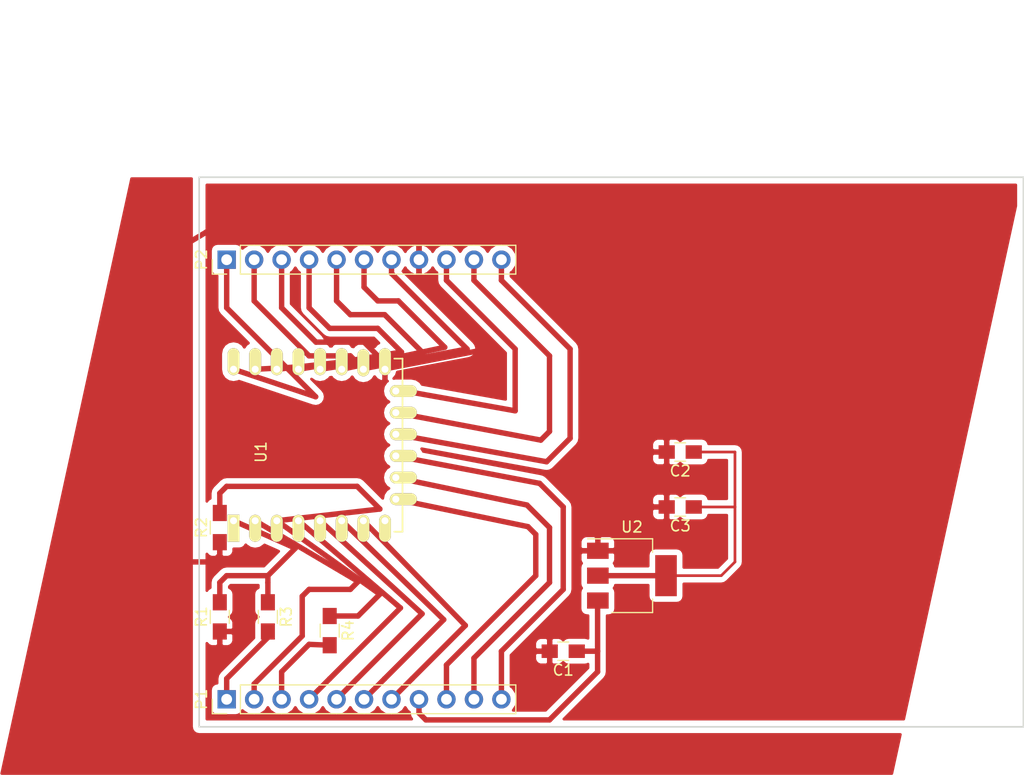
<source format=kicad_pcb>
(kicad_pcb (version 4) (host pcbnew 4.0.4-stable)

  (general
    (links 37)
    (no_connects 4)
    (area 50.724999 25.324999 127.075001 76.275001)
    (thickness 1.6)
    (drawings 4)
    (tracks 129)
    (zones 0)
    (modules 11)
    (nets 26)
  )

  (page A4)
  (layers
    (0 F.Cu signal)
    (31 B.Cu signal)
    (32 B.Adhes user)
    (33 F.Adhes user)
    (34 B.Paste user)
    (35 F.Paste user)
    (36 B.SilkS user)
    (37 F.SilkS user)
    (38 B.Mask user)
    (39 F.Mask user)
    (40 Dwgs.User user)
    (41 Cmts.User user)
    (42 Eco1.User user)
    (43 Eco2.User user)
    (44 Edge.Cuts user)
    (45 Margin user)
    (46 B.CrtYd user)
    (47 F.CrtYd user)
    (48 B.Fab user)
    (49 F.Fab user)
  )

  (setup
    (last_trace_width 0.5)
    (trace_clearance 0.5)
    (zone_clearance 0.508)
    (zone_45_only yes)
    (trace_min 0.2)
    (segment_width 0.2)
    (edge_width 0.15)
    (via_size 0.6)
    (via_drill 0.4)
    (via_min_size 0.4)
    (via_min_drill 0.3)
    (uvia_size 0.3)
    (uvia_drill 0.1)
    (uvias_allowed no)
    (uvia_min_size 0.2)
    (uvia_min_drill 0.1)
    (pcb_text_width 0.3)
    (pcb_text_size 1.5 1.5)
    (mod_edge_width 0.15)
    (mod_text_size 1 1)
    (mod_text_width 0.15)
    (pad_size 1.524 1.524)
    (pad_drill 0.762)
    (pad_to_mask_clearance 0.2)
    (aux_axis_origin 0 0)
    (visible_elements FFFFFF7F)
    (pcbplotparams
      (layerselection 0x00030_80000001)
      (usegerberextensions false)
      (excludeedgelayer true)
      (linewidth 0.100000)
      (plotframeref false)
      (viasonmask false)
      (mode 1)
      (useauxorigin false)
      (hpglpennumber 1)
      (hpglpenspeed 20)
      (hpglpendiameter 15)
      (hpglpenoverlay 2)
      (psnegative false)
      (psa4output false)
      (plotreference true)
      (plotvalue true)
      (plotinvisibletext false)
      (padsonsilk false)
      (subtractmaskfromsilk false)
      (outputformat 1)
      (mirror false)
      (drillshape 1)
      (scaleselection 1)
      (outputdirectory ""))
  )

  (net 0 "")
  (net 1 +5V)
  (net 2 GND)
  (net 3 "Net-(C2-Pad1)")
  (net 4 "Net-(P1-Pad1)")
  (net 5 "Net-(P1-Pad2)")
  (net 6 "Net-(P1-Pad3)")
  (net 7 "Net-(P1-Pad4)")
  (net 8 "Net-(P1-Pad5)")
  (net 9 "Net-(P1-Pad6)")
  (net 10 "Net-(P1-Pad7)")
  (net 11 "Net-(P1-Pad9)")
  (net 12 "Net-(P1-Pad10)")
  (net 13 "Net-(P1-Pad11)")
  (net 14 "Net-(P2-Pad1)")
  (net 15 "Net-(P2-Pad2)")
  (net 16 "Net-(P2-Pad3)")
  (net 17 "Net-(P2-Pad4)")
  (net 18 "Net-(P2-Pad5)")
  (net 19 "Net-(P2-Pad6)")
  (net 20 "Net-(P2-Pad7)")
  (net 21 "Net-(P2-Pad9)")
  (net 22 "Net-(P2-Pad10)")
  (net 23 "Net-(P2-Pad11)")
  (net 24 "Net-(R1-Pad2)")
  (net 25 "Net-(R2-Pad2)")

  (net_class Default "This is the default net class."
    (clearance 0.5)
    (trace_width 0.5)
    (via_dia 0.6)
    (via_drill 0.4)
    (uvia_dia 0.3)
    (uvia_drill 0.1)
    (add_net +5V)
    (add_net GND)
    (add_net "Net-(C2-Pad1)")
    (add_net "Net-(P1-Pad1)")
    (add_net "Net-(P1-Pad10)")
    (add_net "Net-(P1-Pad11)")
    (add_net "Net-(P1-Pad2)")
    (add_net "Net-(P1-Pad3)")
    (add_net "Net-(P1-Pad4)")
    (add_net "Net-(P1-Pad5)")
    (add_net "Net-(P1-Pad6)")
    (add_net "Net-(P1-Pad7)")
    (add_net "Net-(P1-Pad9)")
    (add_net "Net-(P2-Pad1)")
    (add_net "Net-(P2-Pad10)")
    (add_net "Net-(P2-Pad11)")
    (add_net "Net-(P2-Pad2)")
    (add_net "Net-(P2-Pad3)")
    (add_net "Net-(P2-Pad4)")
    (add_net "Net-(P2-Pad5)")
    (add_net "Net-(P2-Pad6)")
    (add_net "Net-(P2-Pad7)")
    (add_net "Net-(P2-Pad9)")
    (add_net "Net-(R1-Pad2)")
    (add_net "Net-(R2-Pad2)")
  )

  (module Capacitors_SMD:C_0805_HandSoldering (layer F.Cu) (tedit 58AA84A8) (tstamp 5AB7F381)
    (at 84.455 69.215 180)
    (descr "Capacitor SMD 0805, hand soldering")
    (tags "capacitor 0805")
    (path /5AB7E986)
    (attr smd)
    (fp_text reference C1 (at 0 -1.75 180) (layer F.SilkS)
      (effects (font (size 1 1) (thickness 0.15)))
    )
    (fp_text value 1uF (at 0 1.75 180) (layer F.Fab)
      (effects (font (size 1 1) (thickness 0.15)))
    )
    (fp_text user %R (at 0 -1.75 180) (layer F.Fab)
      (effects (font (size 1 1) (thickness 0.15)))
    )
    (fp_line (start -1 0.62) (end -1 -0.62) (layer F.Fab) (width 0.1))
    (fp_line (start 1 0.62) (end -1 0.62) (layer F.Fab) (width 0.1))
    (fp_line (start 1 -0.62) (end 1 0.62) (layer F.Fab) (width 0.1))
    (fp_line (start -1 -0.62) (end 1 -0.62) (layer F.Fab) (width 0.1))
    (fp_line (start 0.5 -0.85) (end -0.5 -0.85) (layer F.SilkS) (width 0.12))
    (fp_line (start -0.5 0.85) (end 0.5 0.85) (layer F.SilkS) (width 0.12))
    (fp_line (start -2.25 -0.88) (end 2.25 -0.88) (layer F.CrtYd) (width 0.05))
    (fp_line (start -2.25 -0.88) (end -2.25 0.87) (layer F.CrtYd) (width 0.05))
    (fp_line (start 2.25 0.87) (end 2.25 -0.88) (layer F.CrtYd) (width 0.05))
    (fp_line (start 2.25 0.87) (end -2.25 0.87) (layer F.CrtYd) (width 0.05))
    (pad 1 smd rect (at -1.25 0 180) (size 1.5 1.25) (layers F.Cu F.Paste F.Mask)
      (net 1 +5V))
    (pad 2 smd rect (at 1.25 0 180) (size 1.5 1.25) (layers F.Cu F.Paste F.Mask)
      (net 2 GND))
    (model Capacitors_SMD.3dshapes/C_0805.wrl
      (at (xyz 0 0 0))
      (scale (xyz 1 1 1))
      (rotate (xyz 0 0 0))
    )
  )

  (module Capacitors_SMD:C_0805_HandSoldering (layer F.Cu) (tedit 58AA84A8) (tstamp 5AB7F387)
    (at 95.27 50.8 180)
    (descr "Capacitor SMD 0805, hand soldering")
    (tags "capacitor 0805")
    (path /5AB7F396)
    (attr smd)
    (fp_text reference C2 (at 0 -1.75 180) (layer F.SilkS)
      (effects (font (size 1 1) (thickness 0.15)))
    )
    (fp_text value 1uF (at 0 1.75 270) (layer F.Fab)
      (effects (font (size 1 1) (thickness 0.15)))
    )
    (fp_text user %R (at 0 -1.75 180) (layer F.Fab)
      (effects (font (size 1 1) (thickness 0.15)))
    )
    (fp_line (start -1 0.62) (end -1 -0.62) (layer F.Fab) (width 0.1))
    (fp_line (start 1 0.62) (end -1 0.62) (layer F.Fab) (width 0.1))
    (fp_line (start 1 -0.62) (end 1 0.62) (layer F.Fab) (width 0.1))
    (fp_line (start -1 -0.62) (end 1 -0.62) (layer F.Fab) (width 0.1))
    (fp_line (start 0.5 -0.85) (end -0.5 -0.85) (layer F.SilkS) (width 0.12))
    (fp_line (start -0.5 0.85) (end 0.5 0.85) (layer F.SilkS) (width 0.12))
    (fp_line (start -2.25 -0.88) (end 2.25 -0.88) (layer F.CrtYd) (width 0.05))
    (fp_line (start -2.25 -0.88) (end -2.25 0.87) (layer F.CrtYd) (width 0.05))
    (fp_line (start 2.25 0.87) (end 2.25 -0.88) (layer F.CrtYd) (width 0.05))
    (fp_line (start 2.25 0.87) (end -2.25 0.87) (layer F.CrtYd) (width 0.05))
    (pad 1 smd rect (at -1.25 0 180) (size 1.5 1.25) (layers F.Cu F.Paste F.Mask)
      (net 3 "Net-(C2-Pad1)"))
    (pad 2 smd rect (at 1.25 0 180) (size 1.5 1.25) (layers F.Cu F.Paste F.Mask)
      (net 2 GND))
    (model Capacitors_SMD.3dshapes/C_0805.wrl
      (at (xyz 0 0 0))
      (scale (xyz 1 1 1))
      (rotate (xyz 0 0 0))
    )
  )

  (module Capacitors_SMD:C_0805_HandSoldering (layer F.Cu) (tedit 58AA84A8) (tstamp 5AB7F38D)
    (at 95.27 55.88 180)
    (descr "Capacitor SMD 0805, hand soldering")
    (tags "capacitor 0805")
    (path /5AB7EB21)
    (attr smd)
    (fp_text reference C3 (at 0 -1.75 180) (layer F.SilkS)
      (effects (font (size 1 1) (thickness 0.15)))
    )
    (fp_text value 100nF (at 0 1.75 180) (layer F.Fab)
      (effects (font (size 1 1) (thickness 0.15)))
    )
    (fp_text user %R (at 0 -1.75 180) (layer F.Fab)
      (effects (font (size 1 1) (thickness 0.15)))
    )
    (fp_line (start -1 0.62) (end -1 -0.62) (layer F.Fab) (width 0.1))
    (fp_line (start 1 0.62) (end -1 0.62) (layer F.Fab) (width 0.1))
    (fp_line (start 1 -0.62) (end 1 0.62) (layer F.Fab) (width 0.1))
    (fp_line (start -1 -0.62) (end 1 -0.62) (layer F.Fab) (width 0.1))
    (fp_line (start 0.5 -0.85) (end -0.5 -0.85) (layer F.SilkS) (width 0.12))
    (fp_line (start -0.5 0.85) (end 0.5 0.85) (layer F.SilkS) (width 0.12))
    (fp_line (start -2.25 -0.88) (end 2.25 -0.88) (layer F.CrtYd) (width 0.05))
    (fp_line (start -2.25 -0.88) (end -2.25 0.87) (layer F.CrtYd) (width 0.05))
    (fp_line (start 2.25 0.87) (end 2.25 -0.88) (layer F.CrtYd) (width 0.05))
    (fp_line (start 2.25 0.87) (end -2.25 0.87) (layer F.CrtYd) (width 0.05))
    (pad 1 smd rect (at -1.25 0 180) (size 1.5 1.25) (layers F.Cu F.Paste F.Mask)
      (net 3 "Net-(C2-Pad1)"))
    (pad 2 smd rect (at 1.25 0 180) (size 1.5 1.25) (layers F.Cu F.Paste F.Mask)
      (net 2 GND))
    (model Capacitors_SMD.3dshapes/C_0805.wrl
      (at (xyz 0 0 0))
      (scale (xyz 1 1 1))
      (rotate (xyz 0 0 0))
    )
  )

  (module Pin_Headers:Pin_Header_Straight_1x11_Pitch2.54mm (layer F.Cu) (tedit 59650532) (tstamp 5AB7F39C)
    (at 53.34 73.66 90)
    (descr "Through hole straight pin header, 1x11, 2.54mm pitch, single row")
    (tags "Through hole pin header THT 1x11 2.54mm single row")
    (path /5AB7C6D1)
    (fp_text reference P1 (at 0 -2.33 90) (layer F.SilkS)
      (effects (font (size 1 1) (thickness 0.15)))
    )
    (fp_text value CONN_01X11 (at 0 27.73 90) (layer F.Fab)
      (effects (font (size 1 1) (thickness 0.15)))
    )
    (fp_line (start -0.635 -1.27) (end 1.27 -1.27) (layer F.Fab) (width 0.1))
    (fp_line (start 1.27 -1.27) (end 1.27 26.67) (layer F.Fab) (width 0.1))
    (fp_line (start 1.27 26.67) (end -1.27 26.67) (layer F.Fab) (width 0.1))
    (fp_line (start -1.27 26.67) (end -1.27 -0.635) (layer F.Fab) (width 0.1))
    (fp_line (start -1.27 -0.635) (end -0.635 -1.27) (layer F.Fab) (width 0.1))
    (fp_line (start -1.33 26.73) (end 1.33 26.73) (layer F.SilkS) (width 0.12))
    (fp_line (start -1.33 1.27) (end -1.33 26.73) (layer F.SilkS) (width 0.12))
    (fp_line (start 1.33 1.27) (end 1.33 26.73) (layer F.SilkS) (width 0.12))
    (fp_line (start -1.33 1.27) (end 1.33 1.27) (layer F.SilkS) (width 0.12))
    (fp_line (start -1.33 0) (end -1.33 -1.33) (layer F.SilkS) (width 0.12))
    (fp_line (start -1.33 -1.33) (end 0 -1.33) (layer F.SilkS) (width 0.12))
    (fp_line (start -1.8 -1.8) (end -1.8 27.2) (layer F.CrtYd) (width 0.05))
    (fp_line (start -1.8 27.2) (end 1.8 27.2) (layer F.CrtYd) (width 0.05))
    (fp_line (start 1.8 27.2) (end 1.8 -1.8) (layer F.CrtYd) (width 0.05))
    (fp_line (start 1.8 -1.8) (end -1.8 -1.8) (layer F.CrtYd) (width 0.05))
    (fp_text user %R (at 0 12.7 180) (layer F.Fab)
      (effects (font (size 1 1) (thickness 0.15)))
    )
    (pad 1 thru_hole rect (at 0 0 90) (size 1.7 1.7) (drill 1) (layers *.Cu *.Mask)
      (net 4 "Net-(P1-Pad1)"))
    (pad 2 thru_hole oval (at 0 2.54 90) (size 1.7 1.7) (drill 1) (layers *.Cu *.Mask)
      (net 5 "Net-(P1-Pad2)"))
    (pad 3 thru_hole oval (at 0 5.08 90) (size 1.7 1.7) (drill 1) (layers *.Cu *.Mask)
      (net 6 "Net-(P1-Pad3)"))
    (pad 4 thru_hole oval (at 0 7.62 90) (size 1.7 1.7) (drill 1) (layers *.Cu *.Mask)
      (net 7 "Net-(P1-Pad4)"))
    (pad 5 thru_hole oval (at 0 10.16 90) (size 1.7 1.7) (drill 1) (layers *.Cu *.Mask)
      (net 8 "Net-(P1-Pad5)"))
    (pad 6 thru_hole oval (at 0 12.7 90) (size 1.7 1.7) (drill 1) (layers *.Cu *.Mask)
      (net 9 "Net-(P1-Pad6)"))
    (pad 7 thru_hole oval (at 0 15.24 90) (size 1.7 1.7) (drill 1) (layers *.Cu *.Mask)
      (net 10 "Net-(P1-Pad7)"))
    (pad 8 thru_hole oval (at 0 17.78 90) (size 1.7 1.7) (drill 1) (layers *.Cu *.Mask)
      (net 1 +5V))
    (pad 9 thru_hole oval (at 0 20.32 90) (size 1.7 1.7) (drill 1) (layers *.Cu *.Mask)
      (net 11 "Net-(P1-Pad9)"))
    (pad 10 thru_hole oval (at 0 22.86 90) (size 1.7 1.7) (drill 1) (layers *.Cu *.Mask)
      (net 12 "Net-(P1-Pad10)"))
    (pad 11 thru_hole oval (at 0 25.4 90) (size 1.7 1.7) (drill 1) (layers *.Cu *.Mask)
      (net 13 "Net-(P1-Pad11)"))
    (model ${KISYS3DMOD}/Pin_Headers.3dshapes/Pin_Header_Straight_1x11_Pitch2.54mm.wrl
      (at (xyz 0 0 0))
      (scale (xyz 1 1 1))
      (rotate (xyz 0 0 0))
    )
  )

  (module Pin_Headers:Pin_Header_Straight_1x11_Pitch2.54mm (layer F.Cu) (tedit 59650532) (tstamp 5AB7F3AB)
    (at 53.34 33.02 90)
    (descr "Through hole straight pin header, 1x11, 2.54mm pitch, single row")
    (tags "Through hole pin header THT 1x11 2.54mm single row")
    (path /5AB7C69C)
    (fp_text reference P2 (at 0 -2.33 90) (layer F.SilkS)
      (effects (font (size 1 1) (thickness 0.15)))
    )
    (fp_text value CONN_01X11 (at 19.05 36.914999 90) (layer F.Fab)
      (effects (font (size 1 1) (thickness 0.15)))
    )
    (fp_line (start -0.635 -1.27) (end 1.27 -1.27) (layer F.Fab) (width 0.1))
    (fp_line (start 1.27 -1.27) (end 1.27 26.67) (layer F.Fab) (width 0.1))
    (fp_line (start 1.27 26.67) (end -1.27 26.67) (layer F.Fab) (width 0.1))
    (fp_line (start -1.27 26.67) (end -1.27 -0.635) (layer F.Fab) (width 0.1))
    (fp_line (start -1.27 -0.635) (end -0.635 -1.27) (layer F.Fab) (width 0.1))
    (fp_line (start -1.33 26.73) (end 1.33 26.73) (layer F.SilkS) (width 0.12))
    (fp_line (start -1.33 1.27) (end -1.33 26.73) (layer F.SilkS) (width 0.12))
    (fp_line (start 1.33 1.27) (end 1.33 26.73) (layer F.SilkS) (width 0.12))
    (fp_line (start -1.33 1.27) (end 1.33 1.27) (layer F.SilkS) (width 0.12))
    (fp_line (start -1.33 0) (end -1.33 -1.33) (layer F.SilkS) (width 0.12))
    (fp_line (start -1.33 -1.33) (end 0 -1.33) (layer F.SilkS) (width 0.12))
    (fp_line (start -1.8 -1.8) (end -1.8 27.2) (layer F.CrtYd) (width 0.05))
    (fp_line (start -1.8 27.2) (end 1.8 27.2) (layer F.CrtYd) (width 0.05))
    (fp_line (start 1.8 27.2) (end 1.8 -1.8) (layer F.CrtYd) (width 0.05))
    (fp_line (start 1.8 -1.8) (end -1.8 -1.8) (layer F.CrtYd) (width 0.05))
    (fp_text user %R (at 0 12.7 180) (layer F.Fab)
      (effects (font (size 1 1) (thickness 0.15)))
    )
    (pad 1 thru_hole rect (at 0 0 90) (size 1.7 1.7) (drill 1) (layers *.Cu *.Mask)
      (net 14 "Net-(P2-Pad1)"))
    (pad 2 thru_hole oval (at 0 2.54 90) (size 1.7 1.7) (drill 1) (layers *.Cu *.Mask)
      (net 15 "Net-(P2-Pad2)"))
    (pad 3 thru_hole oval (at 0 5.08 90) (size 1.7 1.7) (drill 1) (layers *.Cu *.Mask)
      (net 16 "Net-(P2-Pad3)"))
    (pad 4 thru_hole oval (at 0 7.62 90) (size 1.7 1.7) (drill 1) (layers *.Cu *.Mask)
      (net 17 "Net-(P2-Pad4)"))
    (pad 5 thru_hole oval (at 0 10.16 90) (size 1.7 1.7) (drill 1) (layers *.Cu *.Mask)
      (net 18 "Net-(P2-Pad5)"))
    (pad 6 thru_hole oval (at 0 12.7 90) (size 1.7 1.7) (drill 1) (layers *.Cu *.Mask)
      (net 19 "Net-(P2-Pad6)"))
    (pad 7 thru_hole oval (at 0 15.24 90) (size 1.7 1.7) (drill 1) (layers *.Cu *.Mask)
      (net 20 "Net-(P2-Pad7)"))
    (pad 8 thru_hole oval (at 0 17.78 90) (size 1.7 1.7) (drill 1) (layers *.Cu *.Mask)
      (net 2 GND))
    (pad 9 thru_hole oval (at 0 20.32 90) (size 1.7 1.7) (drill 1) (layers *.Cu *.Mask)
      (net 21 "Net-(P2-Pad9)"))
    (pad 10 thru_hole oval (at 0 22.86 90) (size 1.7 1.7) (drill 1) (layers *.Cu *.Mask)
      (net 22 "Net-(P2-Pad10)"))
    (pad 11 thru_hole oval (at 0 25.4 90) (size 1.7 1.7) (drill 1) (layers *.Cu *.Mask)
      (net 23 "Net-(P2-Pad11)"))
    (model ${KISYS3DMOD}/Pin_Headers.3dshapes/Pin_Header_Straight_1x11_Pitch2.54mm.wrl
      (at (xyz 0 0 0))
      (scale (xyz 1 1 1))
      (rotate (xyz 0 0 0))
    )
  )

  (module Resistors_SMD:R_0805_HandSoldering (layer F.Cu) (tedit 58E0A804) (tstamp 5AB7F3B1)
    (at 52.705 66.04 90)
    (descr "Resistor SMD 0805, hand soldering")
    (tags "resistor 0805")
    (path /5AB7E67E)
    (attr smd)
    (fp_text reference R1 (at 0 -1.7 90) (layer F.SilkS)
      (effects (font (size 1 1) (thickness 0.15)))
    )
    (fp_text value 2k (at 0 1.75 90) (layer F.Fab)
      (effects (font (size 1 1) (thickness 0.15)))
    )
    (fp_text user %R (at 0 0 90) (layer F.Fab)
      (effects (font (size 0.5 0.5) (thickness 0.075)))
    )
    (fp_line (start -1 0.62) (end -1 -0.62) (layer F.Fab) (width 0.1))
    (fp_line (start 1 0.62) (end -1 0.62) (layer F.Fab) (width 0.1))
    (fp_line (start 1 -0.62) (end 1 0.62) (layer F.Fab) (width 0.1))
    (fp_line (start -1 -0.62) (end 1 -0.62) (layer F.Fab) (width 0.1))
    (fp_line (start 0.6 0.88) (end -0.6 0.88) (layer F.SilkS) (width 0.12))
    (fp_line (start -0.6 -0.88) (end 0.6 -0.88) (layer F.SilkS) (width 0.12))
    (fp_line (start -2.35 -0.9) (end 2.35 -0.9) (layer F.CrtYd) (width 0.05))
    (fp_line (start -2.35 -0.9) (end -2.35 0.9) (layer F.CrtYd) (width 0.05))
    (fp_line (start 2.35 0.9) (end 2.35 -0.9) (layer F.CrtYd) (width 0.05))
    (fp_line (start 2.35 0.9) (end -2.35 0.9) (layer F.CrtYd) (width 0.05))
    (pad 1 smd rect (at -1.35 0 90) (size 1.5 1.3) (layers F.Cu F.Paste F.Mask)
      (net 2 GND))
    (pad 2 smd rect (at 1.35 0 90) (size 1.5 1.3) (layers F.Cu F.Paste F.Mask)
      (net 24 "Net-(R1-Pad2)"))
    (model ${KISYS3DMOD}/Resistors_SMD.3dshapes/R_0805.wrl
      (at (xyz 0 0 0))
      (scale (xyz 1 1 1))
      (rotate (xyz 0 0 0))
    )
  )

  (module Resistors_SMD:R_0805_HandSoldering (layer F.Cu) (tedit 58E0A804) (tstamp 5AB7F3B7)
    (at 52.705 57.785 90)
    (descr "Resistor SMD 0805, hand soldering")
    (tags "resistor 0805")
    (path /5AB7E020)
    (attr smd)
    (fp_text reference R2 (at 0 -1.7 90) (layer F.SilkS)
      (effects (font (size 1 1) (thickness 0.15)))
    )
    (fp_text value 2k (at 0 1.75 90) (layer F.Fab)
      (effects (font (size 1 1) (thickness 0.15)))
    )
    (fp_text user %R (at 0 0 90) (layer F.Fab)
      (effects (font (size 0.5 0.5) (thickness 0.075)))
    )
    (fp_line (start -1 0.62) (end -1 -0.62) (layer F.Fab) (width 0.1))
    (fp_line (start 1 0.62) (end -1 0.62) (layer F.Fab) (width 0.1))
    (fp_line (start 1 -0.62) (end 1 0.62) (layer F.Fab) (width 0.1))
    (fp_line (start -1 -0.62) (end 1 -0.62) (layer F.Fab) (width 0.1))
    (fp_line (start 0.6 0.88) (end -0.6 0.88) (layer F.SilkS) (width 0.12))
    (fp_line (start -0.6 -0.88) (end 0.6 -0.88) (layer F.SilkS) (width 0.12))
    (fp_line (start -2.35 -0.9) (end 2.35 -0.9) (layer F.CrtYd) (width 0.05))
    (fp_line (start -2.35 -0.9) (end -2.35 0.9) (layer F.CrtYd) (width 0.05))
    (fp_line (start 2.35 0.9) (end 2.35 -0.9) (layer F.CrtYd) (width 0.05))
    (fp_line (start 2.35 0.9) (end -2.35 0.9) (layer F.CrtYd) (width 0.05))
    (pad 1 smd rect (at -1.35 0 90) (size 1.5 1.3) (layers F.Cu F.Paste F.Mask)
      (net 2 GND))
    (pad 2 smd rect (at 1.35 0 90) (size 1.5 1.3) (layers F.Cu F.Paste F.Mask)
      (net 25 "Net-(R2-Pad2)"))
    (model ${KISYS3DMOD}/Resistors_SMD.3dshapes/R_0805.wrl
      (at (xyz 0 0 0))
      (scale (xyz 1 1 1))
      (rotate (xyz 0 0 0))
    )
  )

  (module Resistors_SMD:R_0805_HandSoldering (layer F.Cu) (tedit 58E0A804) (tstamp 5AB7F3BD)
    (at 57.15 66.04 270)
    (descr "Resistor SMD 0805, hand soldering")
    (tags "resistor 0805")
    (path /5AB7E0E5)
    (attr smd)
    (fp_text reference R3 (at 0 -1.7 270) (layer F.SilkS)
      (effects (font (size 1 1) (thickness 0.15)))
    )
    (fp_text value 1k (at 0 1.75 270) (layer F.Fab)
      (effects (font (size 1 1) (thickness 0.15)))
    )
    (fp_text user %R (at 0 0 270) (layer F.Fab)
      (effects (font (size 0.5 0.5) (thickness 0.075)))
    )
    (fp_line (start -1 0.62) (end -1 -0.62) (layer F.Fab) (width 0.1))
    (fp_line (start 1 0.62) (end -1 0.62) (layer F.Fab) (width 0.1))
    (fp_line (start 1 -0.62) (end 1 0.62) (layer F.Fab) (width 0.1))
    (fp_line (start -1 -0.62) (end 1 -0.62) (layer F.Fab) (width 0.1))
    (fp_line (start 0.6 0.88) (end -0.6 0.88) (layer F.SilkS) (width 0.12))
    (fp_line (start -0.6 -0.88) (end 0.6 -0.88) (layer F.SilkS) (width 0.12))
    (fp_line (start -2.35 -0.9) (end 2.35 -0.9) (layer F.CrtYd) (width 0.05))
    (fp_line (start -2.35 -0.9) (end -2.35 0.9) (layer F.CrtYd) (width 0.05))
    (fp_line (start 2.35 0.9) (end 2.35 -0.9) (layer F.CrtYd) (width 0.05))
    (fp_line (start 2.35 0.9) (end -2.35 0.9) (layer F.CrtYd) (width 0.05))
    (pad 1 smd rect (at -1.35 0 270) (size 1.5 1.3) (layers F.Cu F.Paste F.Mask)
      (net 24 "Net-(R1-Pad2)"))
    (pad 2 smd rect (at 1.35 0 270) (size 1.5 1.3) (layers F.Cu F.Paste F.Mask)
      (net 4 "Net-(P1-Pad1)"))
    (model ${KISYS3DMOD}/Resistors_SMD.3dshapes/R_0805.wrl
      (at (xyz 0 0 0))
      (scale (xyz 1 1 1))
      (rotate (xyz 0 0 0))
    )
  )

  (module Resistors_SMD:R_0805_HandSoldering (layer F.Cu) (tedit 58E0A804) (tstamp 5AB7F3C3)
    (at 62.865 67.31 270)
    (descr "Resistor SMD 0805, hand soldering")
    (tags "resistor 0805")
    (path /5AB7E644)
    (attr smd)
    (fp_text reference R4 (at 0 -1.7 270) (layer F.SilkS)
      (effects (font (size 1 1) (thickness 0.15)))
    )
    (fp_text value 1k (at 0 1.75 270) (layer F.Fab)
      (effects (font (size 1 1) (thickness 0.15)))
    )
    (fp_text user %R (at 0 0 270) (layer F.Fab)
      (effects (font (size 0.5 0.5) (thickness 0.075)))
    )
    (fp_line (start -1 0.62) (end -1 -0.62) (layer F.Fab) (width 0.1))
    (fp_line (start 1 0.62) (end -1 0.62) (layer F.Fab) (width 0.1))
    (fp_line (start 1 -0.62) (end 1 0.62) (layer F.Fab) (width 0.1))
    (fp_line (start -1 -0.62) (end 1 -0.62) (layer F.Fab) (width 0.1))
    (fp_line (start 0.6 0.88) (end -0.6 0.88) (layer F.SilkS) (width 0.12))
    (fp_line (start -0.6 -0.88) (end 0.6 -0.88) (layer F.SilkS) (width 0.12))
    (fp_line (start -2.35 -0.9) (end 2.35 -0.9) (layer F.CrtYd) (width 0.05))
    (fp_line (start -2.35 -0.9) (end -2.35 0.9) (layer F.CrtYd) (width 0.05))
    (fp_line (start 2.35 0.9) (end 2.35 -0.9) (layer F.CrtYd) (width 0.05))
    (fp_line (start 2.35 0.9) (end -2.35 0.9) (layer F.CrtYd) (width 0.05))
    (pad 1 smd rect (at -1.35 0 270) (size 1.5 1.3) (layers F.Cu F.Paste F.Mask)
      (net 25 "Net-(R2-Pad2)"))
    (pad 2 smd rect (at 1.35 0 270) (size 1.5 1.3) (layers F.Cu F.Paste F.Mask)
      (net 6 "Net-(P1-Pad3)"))
    (model ${KISYS3DMOD}/Resistors_SMD.3dshapes/R_0805.wrl
      (at (xyz 0 0 0))
      (scale (xyz 1 1 1))
      (rotate (xyz 0 0 0))
    )
  )

  (module ESP8266:ESP-12E (layer F.Cu) (tedit 58B47889) (tstamp 5AB7F3DD)
    (at 53.975 57.15 90)
    (descr "Module, ESP-8266, ESP-12, 16 pad, SMD")
    (tags "Module ESP-8266 ESP8266")
    (path /5AB7C2DE)
    (fp_text reference U1 (at 6.35 2.54 90) (layer F.SilkS)
      (effects (font (size 1 1) (thickness 0.15)))
    )
    (fp_text value ESP-12F (at 6.35 6.35 90) (layer F.Fab) hide
      (effects (font (size 1 1) (thickness 0.15)))
    )
    (fp_line (start -2.25 -0.5) (end -2.25 -8.75) (layer F.CrtYd) (width 0.05))
    (fp_line (start -2.25 -8.75) (end 15.25 -8.75) (layer F.CrtYd) (width 0.05))
    (fp_line (start 15.25 -8.75) (end 16.25 -8.75) (layer F.CrtYd) (width 0.05))
    (fp_line (start 16.25 -8.75) (end 16.25 16) (layer F.CrtYd) (width 0.05))
    (fp_line (start 16.25 16) (end -2.25 16) (layer F.CrtYd) (width 0.05))
    (fp_line (start -2.25 16) (end -2.25 -0.5) (layer F.CrtYd) (width 0.05))
    (fp_line (start -1.016 -8.382) (end 14.986 -8.382) (layer F.CrtYd) (width 0.1524))
    (fp_line (start 14.986 -8.382) (end 14.986 -0.889) (layer F.CrtYd) (width 0.1524))
    (fp_line (start -1.016 -8.382) (end -1.016 -1.016) (layer F.CrtYd) (width 0.1524))
    (fp_line (start -1.016 14.859) (end -1.016 15.621) (layer F.SilkS) (width 0.1524))
    (fp_line (start -1.016 15.621) (end 14.986 15.621) (layer F.SilkS) (width 0.1524))
    (fp_line (start 14.986 15.621) (end 14.986 14.859) (layer F.SilkS) (width 0.1524))
    (fp_line (start 14.992 -8.4) (end -1.008 -2.6) (layer F.CrtYd) (width 0.1524))
    (fp_line (start -1.008 -8.4) (end 14.992 -2.6) (layer F.CrtYd) (width 0.1524))
    (fp_text user "No Copper" (at 6.892 -5.4 90) (layer F.CrtYd)
      (effects (font (size 1 1) (thickness 0.15)))
    )
    (fp_line (start -1.008 -2.6) (end 14.992 -2.6) (layer F.CrtYd) (width 0.1524))
    (fp_line (start 15 -8.4) (end 15 15.6) (layer F.Fab) (width 0.05))
    (fp_line (start 14.992 15.6) (end -1.008 15.6) (layer F.Fab) (width 0.05))
    (fp_line (start -1.008 15.6) (end -1.008 -8.4) (layer F.Fab) (width 0.05))
    (fp_line (start -1.008 -8.4) (end 14.992 -8.4) (layer F.Fab) (width 0.05))
    (pad 1 thru_hole rect (at 0 0 90) (size 2.5 1.1) (drill 0.65 (offset -0.7 0)) (layers *.Cu *.Mask F.SilkS)
      (net 24 "Net-(R1-Pad2)"))
    (pad 2 thru_hole oval (at 0 2 90) (size 2.5 1.1) (drill 0.65 (offset -0.7 0)) (layers *.Cu *.Mask F.SilkS)
      (net 5 "Net-(P1-Pad2)"))
    (pad 3 thru_hole oval (at 0 4 90) (size 2.5 1.1) (drill 0.65 (offset -0.7 0)) (layers *.Cu *.Mask F.SilkS)
      (net 25 "Net-(R2-Pad2)"))
    (pad 4 thru_hole oval (at 0 6 90) (size 2.5 1.1) (drill 0.65 (offset -0.7 0)) (layers *.Cu *.Mask F.SilkS)
      (net 7 "Net-(P1-Pad4)"))
    (pad 5 thru_hole oval (at 0 8 90) (size 2.5 1.1) (drill 0.65 (offset -0.7 0)) (layers *.Cu *.Mask F.SilkS)
      (net 8 "Net-(P1-Pad5)"))
    (pad 6 thru_hole oval (at 0 10 90) (size 2.5 1.1) (drill 0.65 (offset -0.7 0)) (layers *.Cu *.Mask F.SilkS)
      (net 9 "Net-(P1-Pad6)"))
    (pad 7 thru_hole oval (at 0 12 90) (size 2.5 1.1) (drill 0.65 (offset -0.7 0)) (layers *.Cu *.Mask F.SilkS)
      (net 10 "Net-(P1-Pad7)"))
    (pad 8 thru_hole oval (at 0 14 90) (size 2.5 1.1) (drill 0.65 (offset -0.7 0)) (layers *.Cu *.Mask F.SilkS)
      (net 3 "Net-(C2-Pad1)"))
    (pad 9 thru_hole oval (at 14 14 90) (size 2.5 1.1) (drill 0.65 (offset 0.7 0)) (layers *.Cu *.Mask F.SilkS)
      (net 2 GND))
    (pad 10 thru_hole oval (at 14 12 90) (size 2.5 1.1) (drill 0.65 (offset 0.6 0)) (layers *.Cu *.Mask F.SilkS)
      (net 20 "Net-(P2-Pad7)"))
    (pad 11 thru_hole oval (at 14 10 90) (size 2.5 1.1) (drill 0.65 (offset 0.7 0)) (layers *.Cu *.Mask F.SilkS)
      (net 19 "Net-(P2-Pad6)"))
    (pad 12 thru_hole oval (at 14 8 90) (size 2.5 1.1) (drill 0.65 (offset 0.7 0)) (layers *.Cu *.Mask F.SilkS)
      (net 18 "Net-(P2-Pad5)"))
    (pad 13 thru_hole oval (at 14 6 90) (size 2.5 1.1) (drill 0.65 (offset 0.7 0)) (layers *.Cu *.Mask F.SilkS)
      (net 17 "Net-(P2-Pad4)"))
    (pad 14 thru_hole oval (at 14 4 90) (size 2.5 1.1) (drill 0.65 (offset 0.7 0)) (layers *.Cu *.Mask F.SilkS)
      (net 16 "Net-(P2-Pad3)"))
    (pad 15 thru_hole oval (at 14 2 90) (size 2.5 1.1) (drill 0.65 (offset 0.7 0)) (layers *.Cu *.Mask F.SilkS)
      (net 15 "Net-(P2-Pad2)"))
    (pad 16 thru_hole oval (at 14 0 90) (size 2.5 1.1) (drill 0.65 (offset 0.7 0)) (layers *.Cu *.Mask F.SilkS)
      (net 14 "Net-(P2-Pad1)"))
    (pad 17 thru_hole oval (at 1.99 15 180) (size 2.5 1.1) (drill 0.65 (offset -0.7 0)) (layers *.Cu *.Mask F.SilkS)
      (net 11 "Net-(P1-Pad9)"))
    (pad 18 thru_hole oval (at 3.99 15 180) (size 2.5 1.1) (drill 0.65 (offset -0.7 0)) (layers *.Cu *.Mask F.SilkS)
      (net 12 "Net-(P1-Pad10)"))
    (pad 19 thru_hole oval (at 5.99 15 180) (size 2.5 1.1) (drill 0.65 (offset -0.7 0)) (layers *.Cu *.Mask F.SilkS)
      (net 13 "Net-(P1-Pad11)"))
    (pad 20 thru_hole oval (at 7.99 15 180) (size 2.5 1.1) (drill 0.65 (offset -0.7 0)) (layers *.Cu *.Mask F.SilkS)
      (net 23 "Net-(P2-Pad11)"))
    (pad 21 thru_hole oval (at 9.99 15 180) (size 2.5 1.1) (drill 0.65 (offset -0.7 0)) (layers *.Cu *.Mask F.SilkS)
      (net 22 "Net-(P2-Pad10)"))
    (pad 22 thru_hole oval (at 11.99 15 180) (size 2.5 1.1) (drill 0.65 (offset -0.7 0)) (layers *.Cu *.Mask F.SilkS)
      (net 21 "Net-(P2-Pad9)"))
    (model ${ESPLIB}/ESP8266.3dshapes/ESP-12E.wrl
      (at (xyz 0 0 0))
      (scale (xyz 0.3937 0.3937 0.3937))
      (rotate (xyz 0 0 0))
    )
  )

  (module TO_SOT_Packages_SMD:SOT-223 (layer F.Cu) (tedit 58CE4E7E) (tstamp 5AB7F3E5)
    (at 90.805 62.23)
    (descr "module CMS SOT223 4 pins")
    (tags "CMS SOT")
    (path /5AB7CB1A)
    (attr smd)
    (fp_text reference U2 (at 0 -4.5) (layer F.SilkS)
      (effects (font (size 1 1) (thickness 0.15)))
    )
    (fp_text value AP111733 (at 0 4.5) (layer F.Fab)
      (effects (font (size 1 1) (thickness 0.15)))
    )
    (fp_text user %R (at 0 0 90) (layer F.Fab)
      (effects (font (size 0.8 0.8) (thickness 0.12)))
    )
    (fp_line (start -1.85 -2.3) (end -0.8 -3.35) (layer F.Fab) (width 0.1))
    (fp_line (start 1.91 3.41) (end 1.91 2.15) (layer F.SilkS) (width 0.12))
    (fp_line (start 1.91 -3.41) (end 1.91 -2.15) (layer F.SilkS) (width 0.12))
    (fp_line (start 4.4 -3.6) (end -4.4 -3.6) (layer F.CrtYd) (width 0.05))
    (fp_line (start 4.4 3.6) (end 4.4 -3.6) (layer F.CrtYd) (width 0.05))
    (fp_line (start -4.4 3.6) (end 4.4 3.6) (layer F.CrtYd) (width 0.05))
    (fp_line (start -4.4 -3.6) (end -4.4 3.6) (layer F.CrtYd) (width 0.05))
    (fp_line (start -1.85 -2.3) (end -1.85 3.35) (layer F.Fab) (width 0.1))
    (fp_line (start -1.85 3.41) (end 1.91 3.41) (layer F.SilkS) (width 0.12))
    (fp_line (start -0.8 -3.35) (end 1.85 -3.35) (layer F.Fab) (width 0.1))
    (fp_line (start -4.1 -3.41) (end 1.91 -3.41) (layer F.SilkS) (width 0.12))
    (fp_line (start -1.85 3.35) (end 1.85 3.35) (layer F.Fab) (width 0.1))
    (fp_line (start 1.85 -3.35) (end 1.85 3.35) (layer F.Fab) (width 0.1))
    (pad 4 smd rect (at 3.15 0) (size 2 3.8) (layers F.Cu F.Paste F.Mask)
      (net 3 "Net-(C2-Pad1)"))
    (pad 2 smd rect (at -3.15 0) (size 2 1.5) (layers F.Cu F.Paste F.Mask)
      (net 3 "Net-(C2-Pad1)"))
    (pad 3 smd rect (at -3.15 2.3) (size 2 1.5) (layers F.Cu F.Paste F.Mask)
      (net 1 +5V))
    (pad 1 smd rect (at -3.15 -2.3) (size 2 1.5) (layers F.Cu F.Paste F.Mask)
      (net 2 GND))
    (model ${KISYS3DMOD}/TO_SOT_Packages_SMD.3dshapes/SOT-223.wrl
      (at (xyz 0 0 0))
      (scale (xyz 1 1 1))
      (rotate (xyz 0 0 0))
    )
  )

  (gr_line (start 50.8 76.2) (end 50.8 25.4) (layer Edge.Cuts) (width 0.15))
  (gr_line (start 127 76.2) (end 50.8 76.2) (layer Edge.Cuts) (width 0.15))
  (gr_line (start 127 25.4) (end 127 76.2) (layer Edge.Cuts) (width 0.15))
  (gr_line (start 50.8 25.4) (end 127 25.4) (layer Edge.Cuts) (width 0.15))

  (segment (start 85.705 69.215) (end 87.63 69.215) (width 0.5) (layer F.Cu) (net 1))
  (segment (start 71.12 73.66) (end 71.12 74.93) (width 0.5) (layer F.Cu) (net 1))
  (segment (start 87.63 71.12) (end 87.63 69.215) (width 0.5) (layer F.Cu) (net 1) (tstamp 5AB7FAB2))
  (segment (start 87.63 69.215) (end 87.63 64.555) (width 0.5) (layer F.Cu) (net 1) (tstamp 5AB7FAB8))
  (segment (start 83.185 75.565) (end 87.63 71.12) (width 0.5) (layer F.Cu) (net 1) (tstamp 5AB7FAB0))
  (segment (start 71.755 75.565) (end 83.185 75.565) (width 0.5) (layer F.Cu) (net 1) (tstamp 5AB7FAAF))
  (segment (start 87.63 64.555) (end 87.655 64.53) (width 0.5) (layer F.Cu) (net 1) (tstamp 5AB7FAB3))
  (segment (start 71.12 74.93) (end 71.755 75.565) (width 0.5) (layer F.Cu) (net 1) (tstamp 5AB7FAAE))
  (segment (start 52.705 59.135) (end 52.705 60.325) (width 0.5) (layer F.Cu) (net 2))
  (segment (start 52.07 60.96) (end 48.26 60.96) (width 0.5) (layer F.Cu) (net 2) (tstamp 5AB7FB95))
  (segment (start 52.705 60.325) (end 52.07 60.96) (width 0.5) (layer F.Cu) (net 2) (tstamp 5AB7FB94))
  (segment (start 71.12 33.02) (end 71.12 30.48) (width 0.5) (layer F.Cu) (net 2))
  (segment (start 48.26 32.385) (end 48.26 59.69) (width 0.5) (layer F.Cu) (net 2) (tstamp 5AB7FB14))
  (segment (start 48.26 59.69) (end 48.26 60.96) (width 0.5) (layer F.Cu) (net 2) (tstamp 5AB7FB3B))
  (segment (start 71.12 30.48) (end 51.435 30.48) (width 0.5) (layer F.Cu) (net 2) (tstamp 5AB7FB1B))
  (segment (start 51.435 30.48) (end 48.26 32.385) (width 0.5) (layer F.Cu) (net 2) (tstamp 5AB7FB13))
  (segment (start 71.12 33.02) (end 71.12 34.925) (width 0.5) (layer F.Cu) (net 2))
  (segment (start 77.47 41.275) (end 67.945 43.12) (width 0.5) (layer F.Cu) (net 2) (tstamp 5AB7FAF2) (status 20))
  (segment (start 71.12 34.925) (end 77.47 41.275) (width 0.5) (layer F.Cu) (net 2) (tstamp 5AB7FAF1))
  (segment (start 67.945 43.12) (end 67.975 43.15) (width 0.5) (layer F.Cu) (net 2) (tstamp 5AB7FAF3) (status 30))
  (segment (start 66.04 40.64) (end 67.5 42.1) (width 0.5) (layer F.Cu) (net 2) (tstamp 5AB7FAD2))
  (segment (start 61.595 40.64) (end 66.04 40.64) (width 0.5) (layer F.Cu) (net 2) (tstamp 5AB7FAD0))
  (segment (start 87.655 62.23) (end 93.955 62.23) (width 0.5) (layer F.Cu) (net 3))
  (segment (start 100.33 60.96) (end 99.06 62.23) (width 0.25) (layer F.Cu) (net 3))
  (segment (start 99.06 62.23) (end 93.955 62.23) (width 0.25) (layer F.Cu) (net 3) (status 20))
  (segment (start 100.33 55.88) (end 100.33 60.96) (width 0.25) (layer F.Cu) (net 3))
  (segment (start 100.33 55.88) (end 96.52 55.88) (width 0.25) (layer F.Cu) (net 3))
  (segment (start 100.33 50.8) (end 100.33 55.88) (width 0.25) (layer F.Cu) (net 3))
  (segment (start 96.52 50.8) (end 100.33 50.8) (width 0.25) (layer F.Cu) (net 3))
  (segment (start 57.15 67.39) (end 57.15 67.945) (width 0.5) (layer F.Cu) (net 4))
  (segment (start 57.15 67.945) (end 53.34 71.755) (width 0.5) (layer F.Cu) (net 4) (tstamp 5AB7F9EC))
  (segment (start 53.34 71.755) (end 53.34 73.66) (width 0.5) (layer F.Cu) (net 4) (tstamp 5AB7F9ED))
  (segment (start 55.88 73.66) (end 55.88 72.245784) (width 0.5) (layer F.Cu) (net 5))
  (segment (start 65.5 62.77) (end 55.975 57.15) (width 0.5) (layer F.Cu) (net 5) (tstamp 5AB7F9D5) (status 20))
  (segment (start 64.77 63.5) (end 65.5 62.77) (width 0.5) (layer F.Cu) (net 5) (tstamp 5AB7F9D4))
  (segment (start 60.96 63.5) (end 64.77 63.5) (width 0.5) (layer F.Cu) (net 5) (tstamp 5AB7F9D3))
  (segment (start 60.325 64.135) (end 60.96 63.5) (width 0.5) (layer F.Cu) (net 5) (tstamp 5AB7F9D2))
  (segment (start 60.325 67.800784) (end 60.325 64.135) (width 0.5) (layer F.Cu) (net 5) (tstamp 5AB7F9D0))
  (segment (start 55.88 72.245784) (end 60.325 67.800784) (width 0.5) (layer F.Cu) (net 5) (tstamp 5AB7F9CF))
  (segment (start 58.42 73.66) (end 58.42 71.12) (width 0.5) (layer F.Cu) (net 6))
  (segment (start 60.96 68.58) (end 62.865 68.66) (width 0.5) (layer F.Cu) (net 6) (tstamp 5AB7F948) (status 20))
  (segment (start 58.42 71.12) (end 60.96 68.58) (width 0.5) (layer F.Cu) (net 6) (tstamp 5AB7F946))
  (segment (start 60.96 73.66) (end 62.865 71.755) (width 0.5) (layer F.Cu) (net 7))
  (segment (start 69.405 65.215) (end 59.975 57.15) (width 0.5) (layer F.Cu) (net 7) (tstamp 5AB7F843) (status 20))
  (segment (start 62.865 71.755) (end 69.405 65.215) (width 0.5) (layer F.Cu) (net 7) (tstamp 5AB7F841))
  (segment (start 63.5 73.66) (end 65.405 71.755) (width 0.5) (layer F.Cu) (net 8))
  (segment (start 71.405 65.755) (end 61.975 57.15) (width 0.5) (layer F.Cu) (net 8) (tstamp 5AB7F83D) (status 20))
  (segment (start 65.405 71.755) (end 71.405 65.755) (width 0.5) (layer F.Cu) (net 8) (tstamp 5AB7F83B))
  (segment (start 73.405 66.295) (end 63.975 57.15) (width 0.5) (layer F.Cu) (net 9) (tstamp 5AB7F837) (status 20))
  (segment (start 66.04 73.66) (end 67.945 71.755) (width 0.5) (layer F.Cu) (net 9))
  (segment (start 67.945 71.755) (end 73.405 66.295) (width 0.5) (layer F.Cu) (net 9) (tstamp 5AB7F835))
  (segment (start 68.58 73.66) (end 70.485 71.755) (width 0.5) (layer F.Cu) (net 10))
  (segment (start 75.405 66.835) (end 65.975 57.15) (width 0.5) (layer F.Cu) (net 10) (tstamp 5AB7F831) (status 20))
  (segment (start 70.485 71.755) (end 75.405 66.835) (width 0.5) (layer F.Cu) (net 10) (tstamp 5AB7F82F))
  (segment (start 73.66 73.66) (end 73.66 70.485) (width 0.5) (layer F.Cu) (net 11))
  (segment (start 81.195 57.7) (end 68.975 55.16) (width 0.5) (layer F.Cu) (net 11) (tstamp 5AB7FA43) (status 20))
  (segment (start 81.915 58.42) (end 81.195 57.7) (width 0.5) (layer F.Cu) (net 11) (tstamp 5AB7FA42))
  (segment (start 81.915 62.23) (end 81.915 58.42) (width 0.5) (layer F.Cu) (net 11) (tstamp 5AB7FA40))
  (segment (start 73.66 70.485) (end 81.915 62.23) (width 0.5) (layer F.Cu) (net 11) (tstamp 5AB7FA3E))
  (segment (start 76.2 73.66) (end 76.2 69.85) (width 0.5) (layer F.Cu) (net 12))
  (segment (start 81.1 55.7) (end 68.975 53.16) (width 0.5) (layer F.Cu) (net 12) (tstamp 5AB7FA4B) (status 20))
  (segment (start 83.185 57.785) (end 81.1 55.7) (width 0.5) (layer F.Cu) (net 12) (tstamp 5AB7FA4A))
  (segment (start 83.185 62.865) (end 83.185 57.785) (width 0.5) (layer F.Cu) (net 12) (tstamp 5AB7FA48))
  (segment (start 76.2 69.85) (end 83.185 62.865) (width 0.5) (layer F.Cu) (net 12) (tstamp 5AB7FA46))
  (segment (start 78.74 73.66) (end 78.74 69.215) (width 0.5) (layer F.Cu) (net 13))
  (segment (start 82.275 53.7) (end 68.975 51.16) (width 0.5) (layer F.Cu) (net 13) (tstamp 5AB7FA5C) (status 20))
  (segment (start 84.455 55.88) (end 82.275 53.7) (width 0.5) (layer F.Cu) (net 13) (tstamp 5AB7FA5B))
  (segment (start 84.455 63.5) (end 84.455 55.88) (width 0.5) (layer F.Cu) (net 13) (tstamp 5AB7FA5A))
  (segment (start 78.74 69.215) (end 84.455 63.5) (width 0.5) (layer F.Cu) (net 13) (tstamp 5AB7FA59))
  (segment (start 53.34 33.02) (end 53.34 37.465) (width 0.5) (layer F.Cu) (net 14))
  (segment (start 61.565 45.69) (end 53.975 43.15) (width 0.5) (layer F.Cu) (net 14) (tstamp 5AB7FAC5) (status 20))
  (segment (start 53.34 37.465) (end 61.565 45.69) (width 0.5) (layer F.Cu) (net 14) (tstamp 5AB7FAC3))
  (segment (start 55.88 33.02) (end 55.88 36.83) (width 0.5) (layer F.Cu) (net 15))
  (segment (start 65.5 42.64) (end 55.975 43.15) (width 0.5) (layer F.Cu) (net 15) (tstamp 5AB7FACC) (status 20))
  (segment (start 55.88 36.83) (end 60.96 41.91) (width 0.5) (layer F.Cu) (net 15) (tstamp 5AB7FAC8))
  (segment (start 58.42 33.02) (end 58.42 37.465) (width 0.5) (layer F.Cu) (net 16))
  (segment (start 67.5 42.1) (end 57.975 43.15) (width 0.5) (layer F.Cu) (net 16) (tstamp 5AB7FAD3) (status 20))
  (segment (start 58.42 37.465) (end 61.595 40.64) (width 0.5) (layer F.Cu) (net 16) (tstamp 5AB7FACF))
  (segment (start 60.96 33.02) (end 60.96 37.465) (width 0.5) (layer F.Cu) (net 17))
  (segment (start 69.5 41.56) (end 59.975 43.15) (width 0.5) (layer F.Cu) (net 17) (tstamp 5AB7FAD9) (status 20))
  (segment (start 67.31 39.37) (end 69.5 41.56) (width 0.5) (layer F.Cu) (net 17) (tstamp 5AB7FAD8))
  (segment (start 62.865 39.37) (end 67.31 39.37) (width 0.5) (layer F.Cu) (net 17) (tstamp 5AB7FAD7))
  (segment (start 60.96 37.465) (end 62.865 39.37) (width 0.5) (layer F.Cu) (net 17) (tstamp 5AB7FAD6))
  (segment (start 63.5 33.02) (end 63.5 36.83) (width 0.5) (layer F.Cu) (net 18))
  (segment (start 71.5 41.655) (end 61.975 43.15) (width 0.5) (layer F.Cu) (net 18) (tstamp 5AB7FAE1) (status 20))
  (segment (start 67.945 38.1) (end 71.5 41.655) (width 0.5) (layer F.Cu) (net 18) (tstamp 5AB7FADF))
  (segment (start 64.77 38.1) (end 67.945 38.1) (width 0.5) (layer F.Cu) (net 18) (tstamp 5AB7FADE))
  (segment (start 63.5 36.83) (end 64.77 38.1) (width 0.5) (layer F.Cu) (net 18) (tstamp 5AB7FADD))
  (segment (start 66.04 33.02) (end 66.04 35.56) (width 0.5) (layer F.Cu) (net 19))
  (segment (start 73.5 41.115) (end 63.975 43.15) (width 0.5) (layer F.Cu) (net 19) (tstamp 5AB7FAE8) (status 20))
  (segment (start 69.215 36.83) (end 73.5 41.115) (width 0.5) (layer F.Cu) (net 19) (tstamp 5AB7FAE7))
  (segment (start 67.31 36.83) (end 69.215 36.83) (width 0.5) (layer F.Cu) (net 19) (tstamp 5AB7FAE6))
  (segment (start 66.04 35.56) (end 67.31 36.83) (width 0.5) (layer F.Cu) (net 19) (tstamp 5AB7FAE5))
  (segment (start 64.77 41.91) (end 65.5 42.64) (width 0.5) (layer F.Cu) (net 20) (tstamp 5AB7FACB))
  (segment (start 60.96 41.91) (end 64.77 41.91) (width 0.5) (layer F.Cu) (net 20) (tstamp 5AB7FAC9))
  (segment (start 68.58 33.02) (end 68.58 34.29) (width 0.5) (layer F.Cu) (net 20))
  (segment (start 75.565 41.275) (end 66.04 43.085) (width 0.5) (layer F.Cu) (net 20) (tstamp 5AB7FAED) (status 20))
  (segment (start 68.58 34.29) (end 75.565 41.275) (width 0.5) (layer F.Cu) (net 20) (tstamp 5AB7FAEC))
  (segment (start 66.04 43.085) (end 65.975 43.15) (width 0.5) (layer F.Cu) (net 20) (tstamp 5AB7FAEE) (status 30))
  (segment (start 73.66 33.02) (end 73.66 34.925) (width 0.5) (layer F.Cu) (net 21))
  (segment (start 80.01 46.99) (end 69.775 45.16) (width 0.5) (layer F.Cu) (net 21) (tstamp 5AB7FAF9) (status 20))
  (segment (start 80.01 41.275) (end 80.01 46.99) (width 0.5) (layer F.Cu) (net 21) (tstamp 5AB7FAF7))
  (segment (start 73.66 34.925) (end 80.01 41.275) (width 0.5) (layer F.Cu) (net 21) (tstamp 5AB7FAF6))
  (segment (start 69.775 45.16) (end 68.975 45.16) (width 0.5) (layer F.Cu) (net 21) (tstamp 5AB7FAFA) (status 30))
  (segment (start 76.2 33.02) (end 76.2 34.925) (width 0.5) (layer F.Cu) (net 22))
  (segment (start 82.38 49.7) (end 68.975 47.16) (width 0.5) (layer F.Cu) (net 22) (tstamp 5AB7FB01) (status 20))
  (segment (start 83.185 48.895) (end 82.38 49.7) (width 0.5) (layer F.Cu) (net 22) (tstamp 5AB7FB00))
  (segment (start 83.185 41.91) (end 83.185 48.895) (width 0.5) (layer F.Cu) (net 22) (tstamp 5AB7FAFE))
  (segment (start 76.2 34.925) (end 83.185 41.91) (width 0.5) (layer F.Cu) (net 22) (tstamp 5AB7FAFD))
  (segment (start 78.74 33.02) (end 78.74 34.925) (width 0.5) (layer F.Cu) (net 23))
  (segment (start 82.92 51.7) (end 68.975 49.16) (width 0.5) (layer F.Cu) (net 23) (tstamp 5AB7FB08) (status 20))
  (segment (start 85.09 49.53) (end 82.92 51.7) (width 0.5) (layer F.Cu) (net 23) (tstamp 5AB7FB07))
  (segment (start 85.09 41.275) (end 85.09 49.53) (width 0.5) (layer F.Cu) (net 23) (tstamp 5AB7FB05))
  (segment (start 78.74 34.925) (end 85.09 41.275) (width 0.5) (layer F.Cu) (net 23) (tstamp 5AB7FB04))
  (segment (start 52.705 64.69) (end 52.705 62.865) (width 0.5) (layer F.Cu) (net 24))
  (segment (start 53.34 62.23) (end 57.15 62.23) (width 0.5) (layer F.Cu) (net 24) (tstamp 5AB7FBC0))
  (segment (start 52.705 62.865) (end 53.34 62.23) (width 0.5) (layer F.Cu) (net 24) (tstamp 5AB7FBBF))
  (segment (start 57.15 64.69) (end 57.15 62.865) (width 0.5) (layer F.Cu) (net 24))
  (segment (start 57.15 62.865) (end 57.15 62.23) (width 0.5) (layer F.Cu) (net 24) (tstamp 5AB7FA18))
  (segment (start 59.69 59.69) (end 53.975 57.15) (width 0.5) (layer F.Cu) (net 24) (tstamp 5AB7F950) (status 20))
  (segment (start 57.15 62.23) (end 59.69 59.69) (width 0.5) (layer F.Cu) (net 24) (tstamp 5AB7F94F))
  (segment (start 52.705 56.435) (end 52.705 54.61) (width 0.5) (layer F.Cu) (net 25))
  (segment (start 67.5 56.07) (end 57.975 57.15) (width 0.5) (layer F.Cu) (net 25) (tstamp 5AB7FB8F) (status 20))
  (segment (start 65.405 53.975) (end 67.5 56.07) (width 0.5) (layer F.Cu) (net 25) (tstamp 5AB7FB8E))
  (segment (start 53.34 53.975) (end 65.405 53.975) (width 0.5) (layer F.Cu) (net 25) (tstamp 5AB7FB8D))
  (segment (start 52.705 54.61) (end 53.34 53.975) (width 0.5) (layer F.Cu) (net 25) (tstamp 5AB7FB8C))
  (segment (start 62.865 65.96) (end 65.485 65.96) (width 0.5) (layer F.Cu) (net 25))
  (segment (start 67.5 63.945) (end 57.975 57.15) (width 0.5) (layer F.Cu) (net 25) (tstamp 5AB7F9CB) (status 20))
  (segment (start 65.485 65.96) (end 67.5 63.945) (width 0.5) (layer F.Cu) (net 25) (tstamp 5AB7F9CA))

  (zone (net 2) (net_name GND) (layer F.Cu) (tstamp 5AB7FBCF) (hatch edge 0.508)
    (connect_pads (clearance 0.508))
    (min_thickness 0.254)
    (fill yes (arc_segments 16) (thermal_gap 0.508) (thermal_bridge_width 0.508))
    (polygon
      (pts
        (xy 44.45 25.4) (xy 127 25.4) (xy 114.935 80.645) (xy 32.385 80.645)
      )
    )
    (filled_polygon
      (pts
        (xy 50.09 76.2) (xy 50.144046 76.471705) (xy 50.297954 76.702046) (xy 50.528295 76.855954) (xy 50.8 76.91)
        (xy 115.620696 76.91) (xy 114.832742 80.518) (xy 32.542729 80.518) (xy 44.552258 25.527) (xy 50.09 25.527)
      )
    )
    (filled_polygon
      (pts
        (xy 56.265 63.336778) (xy 56.264683 63.336838) (xy 56.048559 63.47591) (xy 55.903569 63.68811) (xy 55.85256 63.94)
        (xy 55.85256 65.44) (xy 55.896838 65.675317) (xy 56.03591 65.891441) (xy 56.24811 66.036431) (xy 56.261197 66.039081)
        (xy 56.048559 66.17591) (xy 55.903569 66.38811) (xy 55.85256 66.64) (xy 55.85256 67.990861) (xy 52.71421 71.12921)
        (xy 52.522367 71.416325) (xy 52.522367 71.416326) (xy 52.454999 71.755) (xy 52.455 71.755005) (xy 52.455 72.169146)
        (xy 52.254683 72.206838) (xy 52.038559 72.34591) (xy 51.893569 72.55811) (xy 51.84256 72.81) (xy 51.84256 74.51)
        (xy 51.886838 74.745317) (xy 52.02591 74.961441) (xy 52.23811 75.106431) (xy 52.49 75.15744) (xy 54.19 75.15744)
        (xy 54.425317 75.113162) (xy 54.641441 74.97409) (xy 54.786431 74.76189) (xy 54.800086 74.694459) (xy 54.829946 74.739147)
        (xy 55.311715 75.061054) (xy 55.88 75.174093) (xy 56.448285 75.061054) (xy 56.930054 74.739147) (xy 57.15 74.409974)
        (xy 57.369946 74.739147) (xy 57.851715 75.061054) (xy 58.42 75.174093) (xy 58.988285 75.061054) (xy 59.470054 74.739147)
        (xy 59.69 74.409974) (xy 59.909946 74.739147) (xy 60.391715 75.061054) (xy 60.96 75.174093) (xy 61.528285 75.061054)
        (xy 62.010054 74.739147) (xy 62.23 74.409974) (xy 62.449946 74.739147) (xy 62.931715 75.061054) (xy 63.5 75.174093)
        (xy 64.068285 75.061054) (xy 64.550054 74.739147) (xy 64.77 74.409974) (xy 64.989946 74.739147) (xy 65.471715 75.061054)
        (xy 66.04 75.174093) (xy 66.608285 75.061054) (xy 67.090054 74.739147) (xy 67.31 74.409974) (xy 67.529946 74.739147)
        (xy 68.011715 75.061054) (xy 68.58 75.174093) (xy 69.148285 75.061054) (xy 69.630054 74.739147) (xy 69.85 74.409974)
        (xy 70.069946 74.739147) (xy 70.235 74.849432) (xy 70.235 74.929995) (xy 70.234999 74.93) (xy 70.261068 75.061054)
        (xy 70.302367 75.268675) (xy 70.450251 75.49) (xy 51.51 75.49) (xy 51.51 68.483588) (xy 51.516673 68.499698)
        (xy 51.695301 68.678327) (xy 51.92869 68.775) (xy 52.41925 68.775) (xy 52.578 68.61625) (xy 52.578 67.517)
        (xy 52.832 67.517) (xy 52.832 68.61625) (xy 52.99075 68.775) (xy 53.48131 68.775) (xy 53.714699 68.678327)
        (xy 53.893327 68.499698) (xy 53.99 68.266309) (xy 53.99 67.67575) (xy 53.83125 67.517) (xy 52.832 67.517)
        (xy 52.578 67.517) (xy 52.558 67.517) (xy 52.558 67.263) (xy 52.578 67.263) (xy 52.578 67.243)
        (xy 52.832 67.243) (xy 52.832 67.263) (xy 53.83125 67.263) (xy 53.99 67.10425) (xy 53.99 66.513691)
        (xy 53.893327 66.280302) (xy 53.714699 66.101673) (xy 53.578713 66.045346) (xy 53.590317 66.043162) (xy 53.806441 65.90409)
        (xy 53.951431 65.69189) (xy 54.00244 65.44) (xy 54.00244 63.94) (xy 53.958162 63.704683) (xy 53.81909 63.488559)
        (xy 53.60689 63.343569) (xy 53.59 63.340149) (xy 53.59 63.23158) (xy 53.706579 63.115) (xy 56.265 63.115)
      )
    )
    (filled_polygon
      (pts
        (xy 126.29 28.05582) (xy 115.930811 75.49) (xy 84.51158 75.49) (xy 88.255787 71.745792) (xy 88.25579 71.74579)
        (xy 88.447633 71.458675) (xy 88.456057 71.416325) (xy 88.515001 71.12) (xy 88.515 71.119995) (xy 88.515 65.92744)
        (xy 88.655 65.92744) (xy 88.890317 65.883162) (xy 89.106441 65.74409) (xy 89.251431 65.53189) (xy 89.30244 65.28)
        (xy 89.30244 63.78) (xy 89.258162 63.544683) (xy 89.151241 63.378523) (xy 89.251431 63.23189) (xy 89.275102 63.115)
        (xy 92.30756 63.115) (xy 92.30756 64.13) (xy 92.351838 64.365317) (xy 92.49091 64.581441) (xy 92.70311 64.726431)
        (xy 92.955 64.77744) (xy 94.955 64.77744) (xy 95.190317 64.733162) (xy 95.406441 64.59409) (xy 95.551431 64.38189)
        (xy 95.60244 64.13) (xy 95.60244 62.99) (xy 99.06 62.99) (xy 99.350839 62.932148) (xy 99.597401 62.767401)
        (xy 100.867401 61.497401) (xy 101.032148 61.25084) (xy 101.09 60.96) (xy 101.09 50.8) (xy 101.032148 50.509161)
        (xy 100.867401 50.262599) (xy 100.620839 50.097852) (xy 100.33 50.04) (xy 97.892038 50.04) (xy 97.873162 49.939683)
        (xy 97.73409 49.723559) (xy 97.52189 49.578569) (xy 97.27 49.52756) (xy 95.77 49.52756) (xy 95.534683 49.571838)
        (xy 95.318559 49.71091) (xy 95.272031 49.779006) (xy 95.129698 49.636673) (xy 94.896309 49.54) (xy 94.30575 49.54)
        (xy 94.147 49.69875) (xy 94.147 50.673) (xy 94.167 50.673) (xy 94.167 50.927) (xy 94.147 50.927)
        (xy 94.147 51.90125) (xy 94.30575 52.06) (xy 94.896309 52.06) (xy 95.129698 51.963327) (xy 95.270936 51.82209)
        (xy 95.30591 51.876441) (xy 95.51811 52.021431) (xy 95.77 52.07244) (xy 97.27 52.07244) (xy 97.505317 52.028162)
        (xy 97.721441 51.88909) (xy 97.866431 51.67689) (xy 97.890102 51.56) (xy 99.57 51.56) (xy 99.57 55.12)
        (xy 97.892038 55.12) (xy 97.873162 55.019683) (xy 97.73409 54.803559) (xy 97.52189 54.658569) (xy 97.27 54.60756)
        (xy 95.77 54.60756) (xy 95.534683 54.651838) (xy 95.318559 54.79091) (xy 95.272031 54.859006) (xy 95.129698 54.716673)
        (xy 94.896309 54.62) (xy 94.30575 54.62) (xy 94.147 54.77875) (xy 94.147 55.753) (xy 94.167 55.753)
        (xy 94.167 56.007) (xy 94.147 56.007) (xy 94.147 56.98125) (xy 94.30575 57.14) (xy 94.896309 57.14)
        (xy 95.129698 57.043327) (xy 95.270936 56.90209) (xy 95.30591 56.956441) (xy 95.51811 57.101431) (xy 95.77 57.15244)
        (xy 97.27 57.15244) (xy 97.505317 57.108162) (xy 97.721441 56.96909) (xy 97.866431 56.75689) (xy 97.890102 56.64)
        (xy 99.57 56.64) (xy 99.57 60.645198) (xy 98.745198 61.47) (xy 95.60244 61.47) (xy 95.60244 60.33)
        (xy 95.558162 60.094683) (xy 95.41909 59.878559) (xy 95.20689 59.733569) (xy 94.955 59.68256) (xy 92.955 59.68256)
        (xy 92.719683 59.726838) (xy 92.503559 59.86591) (xy 92.358569 60.07811) (xy 92.30756 60.33) (xy 92.30756 61.345)
        (xy 89.277038 61.345) (xy 89.258162 61.244683) (xy 89.152518 61.080508) (xy 89.193327 61.039699) (xy 89.29 60.80631)
        (xy 89.29 60.21575) (xy 89.13125 60.057) (xy 87.782 60.057) (xy 87.782 60.077) (xy 87.528 60.077)
        (xy 87.528 60.057) (xy 86.17875 60.057) (xy 86.02 60.21575) (xy 86.02 60.80631) (xy 86.116673 61.039699)
        (xy 86.158634 61.08166) (xy 86.058569 61.22811) (xy 86.00756 61.48) (xy 86.00756 62.98) (xy 86.051838 63.215317)
        (xy 86.158759 63.381477) (xy 86.058569 63.52811) (xy 86.00756 63.78) (xy 86.00756 65.28) (xy 86.051838 65.515317)
        (xy 86.19091 65.731441) (xy 86.40311 65.876431) (xy 86.655 65.92744) (xy 86.745 65.92744) (xy 86.745 68.019608)
        (xy 86.70689 67.993569) (xy 86.455 67.94256) (xy 84.955 67.94256) (xy 84.719683 67.986838) (xy 84.503559 68.12591)
        (xy 84.457031 68.194006) (xy 84.314698 68.051673) (xy 84.081309 67.955) (xy 83.49075 67.955) (xy 83.332 68.11375)
        (xy 83.332 69.088) (xy 83.352 69.088) (xy 83.352 69.342) (xy 83.332 69.342) (xy 83.332 70.31625)
        (xy 83.49075 70.475) (xy 84.081309 70.475) (xy 84.314698 70.378327) (xy 84.455936 70.23709) (xy 84.49091 70.291441)
        (xy 84.70311 70.436431) (xy 84.955 70.48744) (xy 86.455 70.48744) (xy 86.690317 70.443162) (xy 86.745 70.407974)
        (xy 86.745 70.753421) (xy 82.81842 74.68) (xy 79.829575 74.68) (xy 80.111961 74.257378) (xy 80.225 73.689093)
        (xy 80.225 73.630907) (xy 80.111961 73.062622) (xy 79.790054 72.580853) (xy 79.625 72.470568) (xy 79.625 69.58158)
        (xy 79.705829 69.50075) (xy 81.82 69.50075) (xy 81.82 69.96631) (xy 81.916673 70.199699) (xy 82.095302 70.378327)
        (xy 82.328691 70.475) (xy 82.91925 70.475) (xy 83.078 70.31625) (xy 83.078 69.342) (xy 81.97875 69.342)
        (xy 81.82 69.50075) (xy 79.705829 69.50075) (xy 80.742889 68.46369) (xy 81.82 68.46369) (xy 81.82 68.92925)
        (xy 81.97875 69.088) (xy 83.078 69.088) (xy 83.078 68.11375) (xy 82.91925 67.955) (xy 82.328691 67.955)
        (xy 82.095302 68.051673) (xy 81.916673 68.230301) (xy 81.82 68.46369) (xy 80.742889 68.46369) (xy 85.080787 64.125792)
        (xy 85.08079 64.12579) (xy 85.21214 63.92921) (xy 85.272634 63.838674) (xy 85.340001 63.5) (xy 85.34 63.499995)
        (xy 85.34 59.05369) (xy 86.02 59.05369) (xy 86.02 59.64425) (xy 86.17875 59.803) (xy 87.528 59.803)
        (xy 87.528 58.70375) (xy 87.782 58.70375) (xy 87.782 59.803) (xy 89.13125 59.803) (xy 89.29 59.64425)
        (xy 89.29 59.05369) (xy 89.193327 58.820301) (xy 89.014698 58.641673) (xy 88.781309 58.545) (xy 87.94075 58.545)
        (xy 87.782 58.70375) (xy 87.528 58.70375) (xy 87.36925 58.545) (xy 86.528691 58.545) (xy 86.295302 58.641673)
        (xy 86.116673 58.820301) (xy 86.02 59.05369) (xy 85.34 59.05369) (xy 85.34 56.16575) (xy 92.635 56.16575)
        (xy 92.635 56.63131) (xy 92.731673 56.864699) (xy 92.910302 57.043327) (xy 93.143691 57.14) (xy 93.73425 57.14)
        (xy 93.893 56.98125) (xy 93.893 56.007) (xy 92.79375 56.007) (xy 92.635 56.16575) (xy 85.34 56.16575)
        (xy 85.34 55.880005) (xy 85.340001 55.88) (xy 85.272634 55.541326) (xy 85.139849 55.342599) (xy 85.08079 55.25421)
        (xy 85.080787 55.254208) (xy 84.95527 55.12869) (xy 92.635 55.12869) (xy 92.635 55.59425) (xy 92.79375 55.753)
        (xy 93.893 55.753) (xy 93.893 54.77875) (xy 93.73425 54.62) (xy 93.143691 54.62) (xy 92.910302 54.716673)
        (xy 92.731673 54.895301) (xy 92.635 55.12869) (xy 84.95527 55.12869) (xy 82.90079 53.07421) (xy 82.825528 53.023922)
        (xy 82.76104 52.960413) (xy 82.683364 52.928932) (xy 82.613674 52.882367) (xy 82.524898 52.864708) (xy 82.441014 52.830711)
        (xy 71.514167 50.74393) (xy 71.506726 50.70652) (xy 71.365361 50.494951) (xy 82.761412 52.570675) (xy 82.841468 52.56938)
        (xy 82.92 52.585001) (xy 83.012441 52.566613) (xy 83.106677 52.565088) (xy 83.180148 52.533253) (xy 83.258674 52.517633)
        (xy 83.337034 52.465275) (xy 83.423522 52.4278) (xy 83.479218 52.370271) (xy 83.54579 52.32579) (xy 84.785829 51.08575)
        (xy 92.635 51.08575) (xy 92.635 51.55131) (xy 92.731673 51.784699) (xy 92.910302 51.963327) (xy 93.143691 52.06)
        (xy 93.73425 52.06) (xy 93.893 51.90125) (xy 93.893 50.927) (xy 92.79375 50.927) (xy 92.635 51.08575)
        (xy 84.785829 51.08575) (xy 85.715787 50.155792) (xy 85.71579 50.15579) (xy 85.787351 50.04869) (xy 92.635 50.04869)
        (xy 92.635 50.51425) (xy 92.79375 50.673) (xy 93.893 50.673) (xy 93.893 49.69875) (xy 93.73425 49.54)
        (xy 93.143691 49.54) (xy 92.910302 49.636673) (xy 92.731673 49.815301) (xy 92.635 50.04869) (xy 85.787351 50.04869)
        (xy 85.907633 49.868675) (xy 85.975 49.53) (xy 85.975 41.275005) (xy 85.975001 41.275) (xy 85.907633 40.936325)
        (xy 85.831428 40.822276) (xy 85.71579 40.64921) (xy 85.715787 40.649208) (xy 79.625 34.55842) (xy 79.625 34.209432)
        (xy 79.790054 34.099147) (xy 80.111961 33.617378) (xy 80.225 33.049093) (xy 80.225 32.990907) (xy 80.111961 32.422622)
        (xy 79.790054 31.940853) (xy 79.308285 31.618946) (xy 78.74 31.505907) (xy 78.171715 31.618946) (xy 77.689946 31.940853)
        (xy 77.47 32.270026) (xy 77.250054 31.940853) (xy 76.768285 31.618946) (xy 76.2 31.505907) (xy 75.631715 31.618946)
        (xy 75.149946 31.940853) (xy 74.93 32.270026) (xy 74.710054 31.940853) (xy 74.228285 31.618946) (xy 73.66 31.505907)
        (xy 73.091715 31.618946) (xy 72.609946 31.940853) (xy 72.382298 32.281553) (xy 72.315183 32.138642) (xy 71.886924 31.748355)
        (xy 71.47689 31.578524) (xy 71.247 31.699845) (xy 71.247 32.893) (xy 71.267 32.893) (xy 71.267 33.147)
        (xy 71.247 33.147) (xy 71.247 34.340155) (xy 71.47689 34.461476) (xy 71.886924 34.291645) (xy 72.315183 33.901358)
        (xy 72.382298 33.758447) (xy 72.609946 34.099147) (xy 72.775 34.209432) (xy 72.775 34.924995) (xy 72.774999 34.925)
        (xy 72.811328 35.107633) (xy 72.842367 35.263675) (xy 73.03421 35.55079) (xy 79.125 41.641579) (xy 79.125 45.932729)
        (xy 71.403582 44.552153) (xy 71.249851 44.322078) (xy 70.865409 44.065203) (xy 70.411929 43.975) (xy 68.938071 43.975)
        (xy 68.783177 44.00581) (xy 69.021196 43.720813) (xy 69.121443 43.400281) (xy 75.730217 42.144441) (xy 75.814505 42.11037)
        (xy 75.903675 42.092633) (xy 75.973029 42.046292) (xy 76.050362 42.015033) (xy 76.115196 41.9513) (xy 76.19079 41.90079)
        (xy 76.23713 41.831437) (xy 76.296615 41.772962) (xy 76.332126 41.689264) (xy 76.382633 41.613675) (xy 76.398906 41.531869)
        (xy 76.431485 41.455081) (xy 76.432264 41.364171) (xy 76.450001 41.275) (xy 76.433728 41.193191) (xy 76.434442 41.109783)
        (xy 76.400369 41.025491) (xy 76.382633 40.936326) (xy 76.336293 40.866973) (xy 76.305033 40.789639) (xy 76.241299 40.724804)
        (xy 76.19079 40.649211) (xy 69.634329 34.092749) (xy 69.857702 33.758447) (xy 69.924817 33.901358) (xy 70.353076 34.291645)
        (xy 70.76311 34.461476) (xy 70.993 34.340155) (xy 70.993 33.147) (xy 70.973 33.147) (xy 70.973 32.893)
        (xy 70.993 32.893) (xy 70.993 31.699845) (xy 70.76311 31.578524) (xy 70.353076 31.748355) (xy 69.924817 32.138642)
        (xy 69.857702 32.281553) (xy 69.630054 31.940853) (xy 69.148285 31.618946) (xy 68.58 31.505907) (xy 68.011715 31.618946)
        (xy 67.529946 31.940853) (xy 67.31 32.270026) (xy 67.090054 31.940853) (xy 66.608285 31.618946) (xy 66.04 31.505907)
        (xy 65.471715 31.618946) (xy 64.989946 31.940853) (xy 64.77 32.270026) (xy 64.550054 31.940853) (xy 64.068285 31.618946)
        (xy 63.5 31.505907) (xy 62.931715 31.618946) (xy 62.449946 31.940853) (xy 62.23 32.270026) (xy 62.010054 31.940853)
        (xy 61.528285 31.618946) (xy 60.96 31.505907) (xy 60.391715 31.618946) (xy 59.909946 31.940853) (xy 59.69 32.270026)
        (xy 59.470054 31.940853) (xy 58.988285 31.618946) (xy 58.42 31.505907) (xy 57.851715 31.618946) (xy 57.369946 31.940853)
        (xy 57.15 32.270026) (xy 56.930054 31.940853) (xy 56.448285 31.618946) (xy 55.88 31.505907) (xy 55.311715 31.618946)
        (xy 54.829946 31.940853) (xy 54.80215 31.982452) (xy 54.793162 31.934683) (xy 54.65409 31.718559) (xy 54.44189 31.573569)
        (xy 54.19 31.52256) (xy 52.49 31.52256) (xy 52.254683 31.566838) (xy 52.038559 31.70591) (xy 51.893569 31.91811)
        (xy 51.84256 32.17) (xy 51.84256 33.87) (xy 51.886838 34.105317) (xy 52.02591 34.321441) (xy 52.23811 34.466431)
        (xy 52.455 34.510352) (xy 52.455 37.464995) (xy 52.454999 37.465) (xy 52.51119 37.747484) (xy 52.522367 37.803675)
        (xy 52.71421 38.09079) (xy 55.353777 40.730356) (xy 55.137078 40.875149) (xy 54.975 41.117717) (xy 54.812922 40.875149)
        (xy 54.42848 40.618274) (xy 53.975 40.528071) (xy 53.52152 40.618274) (xy 53.137078 40.875149) (xy 52.880203 41.259591)
        (xy 52.79 41.713071) (xy 52.79 43.186929) (xy 52.880203 43.640409) (xy 53.137078 44.024851) (xy 53.52152 44.281726)
        (xy 53.975 44.371929) (xy 54.42848 44.281726) (xy 54.475076 44.250592) (xy 61.284143 46.529252) (xy 61.425355 46.547224)
        (xy 61.565 46.575001) (xy 61.595674 46.5689) (xy 61.62669 46.572847) (xy 61.764032 46.535411) (xy 61.903675 46.507634)
        (xy 61.929677 46.49026) (xy 61.959845 46.482037) (xy 62.072408 46.39489) (xy 62.19079 46.31579) (xy 62.208165 46.289787)
        (xy 62.232888 46.270646) (xy 62.30353 46.147063) (xy 62.382634 46.028675) (xy 62.388735 45.998001) (xy 62.404252 45.970856)
        (xy 62.422223 45.829648) (xy 62.450001 45.69) (xy 62.4439 45.659326) (xy 62.447847 45.628309) (xy 62.41041 45.490962)
        (xy 62.382634 45.351326) (xy 62.365261 45.325325) (xy 62.357037 45.295154) (xy 62.269883 45.182582) (xy 62.19079 45.064211)
        (xy 61.18033 44.053751) (xy 61.52152 44.281726) (xy 61.975 44.371929) (xy 62.42848 44.281726) (xy 62.812922 44.024851)
        (xy 62.895431 43.901368) (xy 63.039464 43.878761) (xy 63.137078 44.024851) (xy 63.52152 44.281726) (xy 63.975 44.371929)
        (xy 64.42848 44.281726) (xy 64.812922 44.024851) (xy 64.928981 43.851157) (xy 64.951051 43.846441) (xy 65.137078 44.124851)
        (xy 65.52152 44.381726) (xy 65.975 44.471929) (xy 66.42848 44.381726) (xy 66.812922 44.124851) (xy 67.014405 43.823309)
        (xy 67.226882 44.077724) (xy 67.638854 44.293398) (xy 67.665256 44.293803) (xy 67.848 44.168361) (xy 67.848 43.642269)
        (xy 68.102 43.594002) (xy 68.102 44.168361) (xy 68.214564 44.245629) (xy 68.100149 44.322078) (xy 67.843274 44.70652)
        (xy 67.753071 45.16) (xy 67.843274 45.61348) (xy 68.100149 45.997922) (xy 68.342717 46.16) (xy 68.100149 46.322078)
        (xy 67.843274 46.70652) (xy 67.753071 47.16) (xy 67.843274 47.61348) (xy 68.100149 47.997922) (xy 68.342717 48.16)
        (xy 68.100149 48.322078) (xy 67.843274 48.70652) (xy 67.753071 49.16) (xy 67.843274 49.61348) (xy 68.100149 49.997922)
        (xy 68.342717 50.16) (xy 68.100149 50.322078) (xy 67.843274 50.70652) (xy 67.753071 51.16) (xy 67.843274 51.61348)
        (xy 68.100149 51.997922) (xy 68.342717 52.16) (xy 68.100149 52.322078) (xy 67.843274 52.70652) (xy 67.753071 53.16)
        (xy 67.843274 53.61348) (xy 68.100149 53.997922) (xy 68.342717 54.16) (xy 68.100149 54.322078) (xy 67.843274 54.70652)
        (xy 67.767755 55.086176) (xy 66.03079 53.34921) (xy 65.811534 53.202709) (xy 65.743675 53.157367) (xy 65.687484 53.14619)
        (xy 65.405 53.089999) (xy 65.404995 53.09) (xy 53.340005 53.09) (xy 53.34 53.089999) (xy 53.001326 53.157366)
        (xy 52.906054 53.221025) (xy 52.71421 53.34921) (xy 52.714208 53.349213) (xy 52.07921 53.98421) (xy 51.887367 54.271325)
        (xy 51.887367 54.271326) (xy 51.819999 54.61) (xy 51.82 54.610005) (xy 51.82 55.081778) (xy 51.819683 55.081838)
        (xy 51.603559 55.22091) (xy 51.51 55.357838) (xy 51.51 26.11) (xy 126.29 26.11)
      )
    )
    (filled_polygon
      (pts
        (xy 52.77756 59.1) (xy 52.821838 59.335317) (xy 52.832 59.351109) (xy 52.832 60.36125) (xy 52.99075 60.52)
        (xy 53.48131 60.52) (xy 53.714699 60.423327) (xy 53.893327 60.244698) (xy 53.99 60.011309) (xy 53.99 59.74744)
        (xy 54.525 59.74744) (xy 54.760317 59.703162) (xy 54.976441 59.56409) (xy 55.104694 59.376385) (xy 55.137078 59.424851)
        (xy 55.52152 59.681726) (xy 55.975 59.771929) (xy 56.42848 59.681726) (xy 56.812922 59.424851) (xy 56.836147 59.390092)
        (xy 58.153042 59.975378) (xy 56.78342 61.345) (xy 53.340005 61.345) (xy 53.34 61.344999) (xy 53.001326 61.412366)
        (xy 53.001324 61.412367) (xy 53.001325 61.412367) (xy 52.71421 61.60421) (xy 52.714208 61.604213) (xy 52.07921 62.23921)
        (xy 51.887367 62.526325) (xy 51.887367 62.526326) (xy 51.819999 62.865) (xy 51.82 62.865005) (xy 51.82 63.336778)
        (xy 51.819683 63.336838) (xy 51.603559 63.47591) (xy 51.51 63.612838) (xy 51.51 60.228588) (xy 51.516673 60.244698)
        (xy 51.695301 60.423327) (xy 51.92869 60.52) (xy 52.41925 60.52) (xy 52.578 60.36125) (xy 52.578 59.262)
        (xy 52.558 59.262) (xy 52.558 59.008) (xy 52.578 59.008) (xy 52.578 58.988) (xy 52.77756 58.988)
      )
    )
    (filled_polygon
      (pts
        (xy 59.909946 34.099147) (xy 60.075 34.209432) (xy 60.075 37.464995) (xy 60.074999 37.465) (xy 60.13119 37.747484)
        (xy 60.142367 37.803675) (xy 60.33421 38.09079) (xy 62.239208 39.995787) (xy 62.23921 39.99579) (xy 62.526325 40.187633)
        (xy 62.582516 40.19881) (xy 62.865 40.255001) (xy 62.865005 40.255) (xy 66.94342 40.255) (xy 67.413171 40.724751)
        (xy 67.226882 40.822276) (xy 67.013452 41.077832) (xy 66.89477 41.097644) (xy 66.812922 40.975149) (xy 66.42848 40.718274)
        (xy 65.975 40.628071) (xy 65.52152 40.718274) (xy 65.137078 40.975149) (xy 65.064612 41.083602) (xy 65.052484 41.08119)
        (xy 64.934975 41.057815) (xy 64.812922 40.875149) (xy 64.42848 40.618274) (xy 63.975 40.528071) (xy 63.52152 40.618274)
        (xy 63.137078 40.875149) (xy 63.036951 41.025) (xy 62.913049 41.025) (xy 62.812922 40.875149) (xy 62.477771 40.651209)
        (xy 62.480001 40.64) (xy 62.412633 40.301326) (xy 62.220789 40.01421) (xy 59.305 37.09842) (xy 59.305 34.209432)
        (xy 59.470054 34.099147) (xy 59.69 33.769974)
      )
    )
  )
  (zone (net 0) (net_name "") (layer F.Cu) (tstamp 5AB80565) (hatch edge 0.508)
    (connect_pads (clearance 0.508))
    (min_thickness 0.254)
    (keepout (tracks not_allowed) (vias not_allowed) (copperpour allowed))
    (fill (arc_segments 16) (thermal_gap 0.508) (thermal_bridge_width 0.508))
    (polygon
      (pts
        (xy 69.85 59.055) (xy 45.72 59.055) (xy 45.72 41.275) (xy 69.85 41.275) (xy 69.85 59.055)
      )
    )
  )
)

</source>
